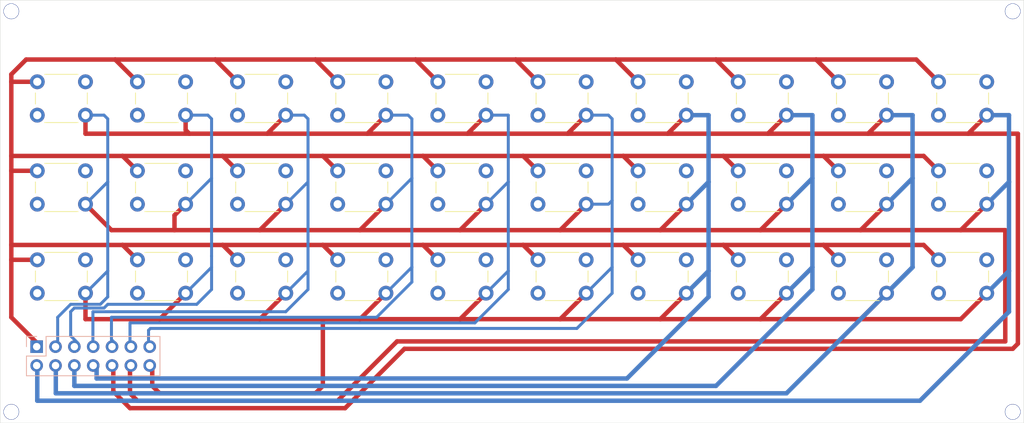
<source format=kicad_pcb>
(kicad_pcb (version 20241229) (generator "pcbnew") (generator_version "9.0")
  (layers (0 "F.Cu" signal) (2 "B.Cu" signal) (13 "F.Paste" user) (15 "B.Paste" user) (5 "F.SilkS" user "F.Silkscreen") (7 "B.SilkS" user "B.Silkscreen") (1 "F.Mask" user) (3 "B.Mask" user) (25 "Edge.Cuts" user))
  (net 0 "")
  (net 1 ".")
  (footprint "Button_Switch_THT:SW_PUSH_6mm" (layer "F.Cu") (at 165.5 99)
    (property "Reference" "REF**" (hide yes))
    (property "Value" "SW_PUSH_6mm" (hide yes))
    (fp_line (start -0.25 1.5) (end -0.25 3) (stroke (width 0.12)) (layer "F.SilkS"))
    (fp_line (start 1 5.5) (end 5.5 5.5) (stroke (width 0.12)) (layer "F.SilkS"))
    (fp_line (start 5.5 -1) (end 1 -1) (stroke (width 0.12)) (layer "F.SilkS"))
    (fp_line (start 6.75 3) (end 6.75 1.5) (stroke (width 0.12)) (layer "F.SilkS"))
    (pad "1" thru_hole circle (at 0 0 90) (size 2 2) (drill 1.1) (layers "*.Cu" "*.Mask") (net 1 "."))
    (pad "1" thru_hole circle (at 6.5 0 90) (size 2 2) (drill 1.1) (layers "*.Cu" "*.Mask"))
    (pad "2" thru_hole circle (at 0 4.5 90) (size 2 2) (drill 1.1) (layers "*.Cu" "*.Mask"))
    (pad "2" thru_hole circle (at 6.5 4.5 90) (size 2 2) (drill 1.1) (layers "*.Cu" "*.Mask") (net 1 "."))
  )
  (footprint "Button_Switch_THT:SW_PUSH_6mm" (layer "F.Cu") (at 138.5 99)
    (property "Reference" "REF**" (hide yes))
    (property "Value" "SW_PUSH_6mm" (hide yes))
    (fp_line (start -0.25 1.5) (end -0.25 3) (stroke (width 0.12)) (layer "F.SilkS"))
    (fp_line (start 1 5.5) (end 5.5 5.5) (stroke (width 0.12)) (layer "F.SilkS"))
    (fp_line (start 5.5 -1) (end 1 -1) (stroke (width 0.12)) (layer "F.SilkS"))
    (fp_line (start 6.75 3) (end 6.75 1.5) (stroke (width 0.12)) (layer "F.SilkS"))
    (pad "1" thru_hole circle (at 0 0 90) (size 2 2) (drill 1.1) (layers "*.Cu" "*.Mask") (net 1 "."))
    (pad "1" thru_hole circle (at 6.5 0 90) (size 2 2) (drill 1.1) (layers "*.Cu" "*.Mask"))
    (pad "2" thru_hole circle (at 0 4.5 90) (size 2 2) (drill 1.1) (layers "*.Cu" "*.Mask"))
    (pad "2" thru_hole circle (at 6.5 4.5 90) (size 2 2) (drill 1.1) (layers "*.Cu" "*.Mask") (net 1 "."))
  )
  (footprint "Button_Switch_THT:SW_PUSH_6mm" (layer "F.Cu") (at 84.5 111)
    (property "Reference" "REF**" (hide yes))
    (property "Value" "SW_PUSH_6mm" (hide yes))
    (fp_line (start -0.25 1.5) (end -0.25 3) (stroke (width 0.12)) (layer "F.SilkS"))
    (fp_line (start 1 5.5) (end 5.5 5.5) (stroke (width 0.12)) (layer "F.SilkS"))
    (fp_line (start 5.5 -1) (end 1 -1) (stroke (width 0.12)) (layer "F.SilkS"))
    (fp_line (start 6.75 3) (end 6.75 1.5) (stroke (width 0.12)) (layer "F.SilkS"))
    (pad "1" thru_hole circle (at 0 0 90) (size 2 2) (drill 1.1) (layers "*.Cu" "*.Mask") (net 1 "."))
    (pad "1" thru_hole circle (at 6.5 0 90) (size 2 2) (drill 1.1) (layers "*.Cu" "*.Mask"))
    (pad "2" thru_hole circle (at 0 4.5 90) (size 2 2) (drill 1.1) (layers "*.Cu" "*.Mask"))
    (pad "2" thru_hole circle (at 6.5 4.5 90) (size 2 2) (drill 1.1) (layers "*.Cu" "*.Mask") (net 1 "."))
  )
  (footprint "Button_Switch_THT:SW_PUSH_6mm" (layer "F.Cu") (at 165.5 87)
    (property "Reference" "REF**" (hide yes))
    (property "Value" "SW_PUSH_6mm" (hide yes))
    (fp_line (start -0.25 1.5) (end -0.25 3) (stroke (width 0.12)) (layer "F.SilkS"))
    (fp_line (start 1 5.5) (end 5.5 5.5) (stroke (width 0.12)) (layer "F.SilkS"))
    (fp_line (start 5.5 -1) (end 1 -1) (stroke (width 0.12)) (layer "F.SilkS"))
    (fp_line (start 6.75 3) (end 6.75 1.5) (stroke (width 0.12)) (layer "F.SilkS"))
    (pad "1" thru_hole circle (at 0 0 90) (size 2 2) (drill 1.1) (layers "*.Cu" "*.Mask") (net 1 "."))
    (pad "1" thru_hole circle (at 6.5 0 90) (size 2 2) (drill 1.1) (layers "*.Cu" "*.Mask"))
    (pad "2" thru_hole circle (at 0 4.5 90) (size 2 2) (drill 1.1) (layers "*.Cu" "*.Mask"))
    (pad "2" thru_hole circle (at 6.5 4.5 90) (size 2 2) (drill 1.1) (layers "*.Cu" "*.Mask") (net 1 "."))
  )
  (footprint "Button_Switch_THT:SW_PUSH_6mm" (layer "F.Cu") (at 192.5 87)
    (property "Reference" "REF**" (hide yes))
    (property "Value" "SW_PUSH_6mm" (hide yes))
    (fp_line (start -0.25 1.5) (end -0.25 3) (stroke (width 0.12)) (layer "F.SilkS"))
    (fp_line (start 1 5.5) (end 5.5 5.5) (stroke (width 0.12)) (layer "F.SilkS"))
    (fp_line (start 5.5 -1) (end 1 -1) (stroke (width 0.12)) (layer "F.SilkS"))
    (fp_line (start 6.75 3) (end 6.75 1.5) (stroke (width 0.12)) (layer "F.SilkS"))
    (pad "1" thru_hole circle (at 0 0 90) (size 2 2) (drill 1.1) (layers "*.Cu" "*.Mask") (net 1 "."))
    (pad "1" thru_hole circle (at 6.5 0 90) (size 2 2) (drill 1.1) (layers "*.Cu" "*.Mask"))
    (pad "2" thru_hole circle (at 0 4.5 90) (size 2 2) (drill 1.1) (layers "*.Cu" "*.Mask"))
    (pad "2" thru_hole circle (at 6.5 4.5 90) (size 2 2) (drill 1.1) (layers "*.Cu" "*.Mask") (net 1 "."))
  )
  (footprint "Button_Switch_THT:SW_PUSH_6mm" (layer "F.Cu") (at 165.5 111)
    (property "Reference" "REF**" (hide yes))
    (property "Value" "SW_PUSH_6mm" (hide yes))
    (fp_line (start -0.25 1.5) (end -0.25 3) (stroke (width 0.12)) (layer "F.SilkS"))
    (fp_line (start 1 5.5) (end 5.5 5.5) (stroke (width 0.12)) (layer "F.SilkS"))
    (fp_line (start 5.5 -1) (end 1 -1) (stroke (width 0.12)) (layer "F.SilkS"))
    (fp_line (start 6.75 3) (end 6.75 1.5) (stroke (width 0.12)) (layer "F.SilkS"))
    (pad "1" thru_hole circle (at 0 0 90) (size 2 2) (drill 1.1) (layers "*.Cu" "*.Mask") (net 1 "."))
    (pad "1" thru_hole circle (at 6.5 0 90) (size 2 2) (drill 1.1) (layers "*.Cu" "*.Mask"))
    (pad "2" thru_hole circle (at 0 4.5 90) (size 2 2) (drill 1.1) (layers "*.Cu" "*.Mask"))
    (pad "2" thru_hole circle (at 6.5 4.5 90) (size 2 2) (drill 1.1) (layers "*.Cu" "*.Mask") (net 1 "."))
  )
  (footprint "Button_Switch_THT:SW_PUSH_6mm" (layer "F.Cu") (at 206 99)
    (property "Reference" "REF**" (hide yes))
    (property "Value" "SW_PUSH_6mm" (hide yes))
    (fp_line (start -0.25 1.5) (end -0.25 3) (stroke (width 0.12)) (layer "F.SilkS"))
    (fp_line (start 1 5.5) (end 5.5 5.5) (stroke (width 0.12)) (layer "F.SilkS"))
    (fp_line (start 5.5 -1) (end 1 -1) (stroke (width 0.12)) (layer "F.SilkS"))
    (fp_line (start 6.75 3) (end 6.75 1.5) (stroke (width 0.12)) (layer "F.SilkS"))
    (pad "1" thru_hole circle (at 0 0 90) (size 2 2) (drill 1.1) (layers "*.Cu" "*.Mask") (net 1 "."))
    (pad "1" thru_hole circle (at 6.5 0 90) (size 2 2) (drill 1.1) (layers "*.Cu" "*.Mask"))
    (pad "2" thru_hole circle (at 0 4.5 90) (size 2 2) (drill 1.1) (layers "*.Cu" "*.Mask"))
    (pad "2" thru_hole circle (at 6.5 4.5 90) (size 2 2) (drill 1.1) (layers "*.Cu" "*.Mask") (net 1 "."))
  )
  (footprint "Button_Switch_THT:SW_PUSH_6mm" (layer "F.Cu") (at 152 111)
    (property "Reference" "REF**" (hide yes))
    (property "Value" "SW_PUSH_6mm" (hide yes))
    (fp_line (start -0.25 1.5) (end -0.25 3) (stroke (width 0.12)) (layer "F.SilkS"))
    (fp_line (start 1 5.5) (end 5.5 5.5) (stroke (width 0.12)) (layer "F.SilkS"))
    (fp_line (start 5.5 -1) (end 1 -1) (stroke (width 0.12)) (layer "F.SilkS"))
    (fp_line (start 6.75 3) (end 6.75 1.5) (stroke (width 0.12)) (layer "F.SilkS"))
    (pad "1" thru_hole circle (at 0 0 90) (size 2 2) (drill 1.1) (layers "*.Cu" "*.Mask") (net 1 "."))
    (pad "1" thru_hole circle (at 6.5 0 90) (size 2 2) (drill 1.1) (layers "*.Cu" "*.Mask"))
    (pad "2" thru_hole circle (at 0 4.5 90) (size 2 2) (drill 1.1) (layers "*.Cu" "*.Mask"))
    (pad "2" thru_hole circle (at 6.5 4.5 90) (size 2 2) (drill 1.1) (layers "*.Cu" "*.Mask") (net 1 "."))
  )
  (footprint "Button_Switch_THT:SW_PUSH_6mm" (layer "F.Cu") (at 84.5 87)
    (property "Reference" "REF**" (hide yes))
    (property "Value" "SW_PUSH_6mm" (hide yes))
    (fp_line (start -0.25 1.5) (end -0.25 3) (stroke (width 0.12)) (layer "F.SilkS"))
    (fp_line (start 1 5.5) (end 5.5 5.5) (stroke (width 0.12)) (layer "F.SilkS"))
    (fp_line (start 5.5 -1) (end 1 -1) (stroke (width 0.12)) (layer "F.SilkS"))
    (fp_line (start 6.75 3) (end 6.75 1.5) (stroke (width 0.12)) (layer "F.SilkS"))
    (pad "1" thru_hole circle (at 0 0 90) (size 2 2) (drill 1.1) (layers "*.Cu" "*.Mask") (net 1 "."))
    (pad "1" thru_hole circle (at 6.5 0 90) (size 2 2) (drill 1.1) (layers "*.Cu" "*.Mask"))
    (pad "2" thru_hole circle (at 0 4.5 90) (size 2 2) (drill 1.1) (layers "*.Cu" "*.Mask"))
    (pad "2" thru_hole circle (at 6.5 4.5 90) (size 2 2) (drill 1.1) (layers "*.Cu" "*.Mask") (net 1 "."))
  )
  (footprint "Button_Switch_THT:SW_PUSH_6mm" (layer "F.Cu") (at 192.5 111)
    (property "Reference" "REF**" (hide yes))
    (property "Value" "SW_PUSH_6mm" (hide yes))
    (fp_line (start -0.25 1.5) (end -0.25 3) (stroke (width 0.12)) (layer "F.SilkS"))
    (fp_line (start 1 5.5) (end 5.5 5.5) (stroke (width 0.12)) (layer "F.SilkS"))
    (fp_line (start 5.5 -1) (end 1 -1) (stroke (width 0.12)) (layer "F.SilkS"))
    (fp_line (start 6.75 3) (end 6.75 1.5) (stroke (width 0.12)) (layer "F.SilkS"))
    (pad "1" thru_hole circle (at 0 0 90) (size 2 2) (drill 1.1) (layers "*.Cu" "*.Mask") (net 1 "."))
    (pad "1" thru_hole circle (at 6.5 0 90) (size 2 2) (drill 1.1) (layers "*.Cu" "*.Mask"))
    (pad "2" thru_hole circle (at 0 4.5 90) (size 2 2) (drill 1.1) (layers "*.Cu" "*.Mask"))
    (pad "2" thru_hole circle (at 6.5 4.5 90) (size 2 2) (drill 1.1) (layers "*.Cu" "*.Mask") (net 1 "."))
  )
  (footprint "Button_Switch_THT:SW_PUSH_6mm" (layer "F.Cu") (at 179 111)
    (property "Reference" "REF**" (hide yes))
    (property "Value" "SW_PUSH_6mm" (hide yes))
    (fp_line (start -0.25 1.5) (end -0.25 3) (stroke (width 0.12)) (layer "F.SilkS"))
    (fp_line (start 1 5.5) (end 5.5 5.5) (stroke (width 0.12)) (layer "F.SilkS"))
    (fp_line (start 5.5 -1) (end 1 -1) (stroke (width 0.12)) (layer "F.SilkS"))
    (fp_line (start 6.75 3) (end 6.75 1.5) (stroke (width 0.12)) (layer "F.SilkS"))
    (pad "1" thru_hole circle (at 0 0 90) (size 2 2) (drill 1.1) (layers "*.Cu" "*.Mask") (net 1 "."))
    (pad "1" thru_hole circle (at 6.5 0 90) (size 2 2) (drill 1.1) (layers "*.Cu" "*.Mask"))
    (pad "2" thru_hole circle (at 0 4.5 90) (size 2 2) (drill 1.1) (layers "*.Cu" "*.Mask"))
    (pad "2" thru_hole circle (at 6.5 4.5 90) (size 2 2) (drill 1.1) (layers "*.Cu" "*.Mask") (net 1 "."))
  )
  (footprint "Button_Switch_THT:SW_PUSH_6mm" (layer "F.Cu") (at 125 99)
    (property "Reference" "REF**" (hide yes))
    (property "Value" "SW_PUSH_6mm" (hide yes))
    (fp_line (start -0.25 1.5) (end -0.25 3) (stroke (width 0.12)) (layer "F.SilkS"))
    (fp_line (start 1 5.5) (end 5.5 5.5) (stroke (width 0.12)) (layer "F.SilkS"))
    (fp_line (start 5.5 -1) (end 1 -1) (stroke (width 0.12)) (layer "F.SilkS"))
    (fp_line (start 6.75 3) (end 6.75 1.5) (stroke (width 0.12)) (layer "F.SilkS"))
    (pad "1" thru_hole circle (at 0 0 90) (size 2 2) (drill 1.1) (layers "*.Cu" "*.Mask") (net 1 "."))
    (pad "1" thru_hole circle (at 6.5 0 90) (size 2 2) (drill 1.1) (layers "*.Cu" "*.Mask"))
    (pad "2" thru_hole circle (at 0 4.5 90) (size 2 2) (drill 1.1) (layers "*.Cu" "*.Mask"))
    (pad "2" thru_hole circle (at 6.5 4.5 90) (size 2 2) (drill 1.1) (layers "*.Cu" "*.Mask") (net 1 "."))
  )
  (footprint "Button_Switch_THT:SW_PUSH_6mm" (layer "F.Cu") (at 98 111)
    (property "Reference" "REF**" (hide yes))
    (property "Value" "SW_PUSH_6mm" (hide yes))
    (fp_line (start -0.25 1.5) (end -0.25 3) (stroke (width 0.12)) (layer "F.SilkS"))
    (fp_line (start 1 5.5) (end 5.5 5.5) (stroke (width 0.12)) (layer "F.SilkS"))
    (fp_line (start 5.5 -1) (end 1 -1) (stroke (width 0.12)) (layer "F.SilkS"))
    (fp_line (start 6.75 3) (end 6.75 1.5) (stroke (width 0.12)) (layer "F.SilkS"))
    (pad "1" thru_hole circle (at 0 0 90) (size 2 2) (drill 1.1) (layers "*.Cu" "*.Mask") (net 1 "."))
    (pad "1" thru_hole circle (at 6.5 0 90) (size 2 2) (drill 1.1) (layers "*.Cu" "*.Mask"))
    (pad "2" thru_hole circle (at 0 4.5 90) (size 2 2) (drill 1.1) (layers "*.Cu" "*.Mask"))
    (pad "2" thru_hole circle (at 6.5 4.5 90) (size 2 2) (drill 1.1) (layers "*.Cu" "*.Mask") (net 1 "."))
  )
  (footprint "Button_Switch_THT:SW_PUSH_6mm" (layer "F.Cu") (at 125 87)
    (property "Reference" "REF**" (hide yes))
    (property "Value" "SW_PUSH_6mm" (hide yes))
    (fp_line (start -0.25 1.5) (end -0.25 3) (stroke (width 0.12)) (layer "F.SilkS"))
    (fp_line (start 1 5.5) (end 5.5 5.5) (stroke (width 0.12)) (layer "F.SilkS"))
    (fp_line (start 5.5 -1) (end 1 -1) (stroke (width 0.12)) (layer "F.SilkS"))
    (fp_line (start 6.75 3) (end 6.75 1.5) (stroke (width 0.12)) (layer "F.SilkS"))
    (pad "1" thru_hole circle (at 0 0 90) (size 2 2) (drill 1.1) (layers "*.Cu" "*.Mask") (net 1 "."))
    (pad "1" thru_hole circle (at 6.5 0 90) (size 2 2) (drill 1.1) (layers "*.Cu" "*.Mask"))
    (pad "2" thru_hole circle (at 0 4.5 90) (size 2 2) (drill 1.1) (layers "*.Cu" "*.Mask"))
    (pad "2" thru_hole circle (at 6.5 4.5 90) (size 2 2) (drill 1.1) (layers "*.Cu" "*.Mask") (net 1 "."))
  )
  (footprint "Button_Switch_THT:SW_PUSH_6mm" (layer "F.Cu") (at 179 99)
    (property "Reference" "REF**" (hide yes))
    (property "Value" "SW_PUSH_6mm" (hide yes))
    (fp_line (start -0.25 1.5) (end -0.25 3) (stroke (width 0.12)) (layer "F.SilkS"))
    (fp_line (start 1 5.5) (end 5.5 5.5) (stroke (width 0.12)) (layer "F.SilkS"))
    (fp_line (start 5.5 -1) (end 1 -1) (stroke (width 0.12)) (layer "F.SilkS"))
    (fp_line (start 6.75 3) (end 6.75 1.5) (stroke (width 0.12)) (layer "F.SilkS"))
    (pad "1" thru_hole circle (at 0 0 90) (size 2 2) (drill 1.1) (layers "*.Cu" "*.Mask") (net 1 "."))
    (pad "1" thru_hole circle (at 6.5 0 90) (size 2 2) (drill 1.1) (layers "*.Cu" "*.Mask"))
    (pad "2" thru_hole circle (at 0 4.5 90) (size 2 2) (drill 1.1) (layers "*.Cu" "*.Mask"))
    (pad "2" thru_hole circle (at 6.5 4.5 90) (size 2 2) (drill 1.1) (layers "*.Cu" "*.Mask") (net 1 "."))
  )
  (footprint "Button_Switch_THT:SW_PUSH_6mm" (layer "F.Cu") (at 98 87)
    (property "Reference" "REF**" (hide yes))
    (property "Value" "SW_PUSH_6mm" (hide yes))
    (fp_line (start -0.25 1.5) (end -0.25 3) (stroke (width 0.12)) (layer "F.SilkS"))
    (fp_line (start 1 5.5) (end 5.5 5.5) (stroke (width 0.12)) (layer "F.SilkS"))
    (fp_line (start 5.5 -1) (end 1 -1) (stroke (width 0.12)) (layer "F.SilkS"))
    (fp_line (start 6.75 3) (end 6.75 1.5) (stroke (width 0.12)) (layer "F.SilkS"))
    (pad "1" thru_hole circle (at 0 0 90) (size 2 2) (drill 1.1) (layers "*.Cu" "*.Mask") (net 1 "."))
    (pad "1" thru_hole circle (at 6.5 0 90) (size 2 2) (drill 1.1) (layers "*.Cu" "*.Mask"))
    (pad "2" thru_hole circle (at 0 4.5 90) (size 2 2) (drill 1.1) (layers "*.Cu" "*.Mask"))
    (pad "2" thru_hole circle (at 6.5 4.5 90) (size 2 2) (drill 1.1) (layers "*.Cu" "*.Mask") (net 1 "."))
  )
  (footprint "Button_Switch_THT:SW_PUSH_6mm" (layer "F.Cu") (at 206 111)
    (property "Reference" "REF**" (hide yes))
    (property "Value" "SW_PUSH_6mm" (hide yes))
    (fp_line (start -0.25 1.5) (end -0.25 3) (stroke (width 0.12)) (layer "F.SilkS"))
    (fp_line (start 1 5.5) (end 5.5 5.5) (stroke (width 0.12)) (layer "F.SilkS"))
    (fp_line (start 5.5 -1) (end 1 -1) (stroke (width 0.12)) (layer "F.SilkS"))
    (fp_line (start 6.75 3) (end 6.75 1.5) (stroke (width 0.12)) (layer "F.SilkS"))
    (pad "1" thru_hole circle (at 0 0 90) (size 2 2) (drill 1.1) (layers "*.Cu" "*.Mask") (net 1 "."))
    (pad "1" thru_hole circle (at 6.5 0 90) (size 2 2) (drill 1.1) (layers "*.Cu" "*.Mask"))
    (pad "2" thru_hole circle (at 0 4.5 90) (size 2 2) (drill 1.1) (layers "*.Cu" "*.Mask"))
    (pad "2" thru_hole circle (at 6.5 4.5 90) (size 2 2) (drill 1.1) (layers "*.Cu" "*.Mask") (net 1 "."))
  )
  (footprint "Button_Switch_THT:SW_PUSH_6mm" (layer "F.Cu") (at 206 87)
    (property "Reference" "REF**" (hide yes))
    (property "Value" "SW_PUSH_6mm" (hide yes))
    (fp_line (start -0.25 1.5) (end -0.25 3) (stroke (width 0.12)) (layer "F.SilkS"))
    (fp_line (start 1 5.5) (end 5.5 5.5) (stroke (width 0.12)) (layer "F.SilkS"))
    (fp_line (start 5.5 -1) (end 1 -1) (stroke (width 0.12)) (layer "F.SilkS"))
    (fp_line (start 6.75 3) (end 6.75 1.5) (stroke (width 0.12)) (layer "F.SilkS"))
    (pad "1" thru_hole circle (at 0 0 90) (size 2 2) (drill 1.1) (layers "*.Cu" "*.Mask") (net 1 "."))
    (pad "1" thru_hole circle (at 6.5 0 90) (size 2 2) (drill 1.1) (layers "*.Cu" "*.Mask"))
    (pad "2" thru_hole circle (at 0 4.5 90) (size 2 2) (drill 1.1) (layers "*.Cu" "*.Mask"))
    (pad "2" thru_hole circle (at 6.5 4.5 90) (size 2 2) (drill 1.1) (layers "*.Cu" "*.Mask") (net 1 "."))
  )
  (footprint "Button_Switch_THT:SW_PUSH_6mm" (layer "F.Cu") (at 192.5 99)
    (property "Reference" "REF**" (hide yes))
    (property "Value" "SW_PUSH_6mm" (hide yes))
    (fp_line (start -0.25 1.5) (end -0.25 3) (stroke (width 0.12)) (layer "F.SilkS"))
    (fp_line (start 1 5.5) (end 5.5 5.5) (stroke (width 0.12)) (layer "F.SilkS"))
    (fp_line (start 5.5 -1) (end 1 -1) (stroke (width 0.12)) (layer "F.SilkS"))
    (fp_line (start 6.75 3) (end 6.75 1.5) (stroke (width 0.12)) (layer "F.SilkS"))
    (pad "1" thru_hole circle (at 0 0 90) (size 2 2) (drill 1.1) (layers "*.Cu" "*.Mask") (net 1 "."))
    (pad "1" thru_hole circle (at 6.5 0 90) (size 2 2) (drill 1.1) (layers "*.Cu" "*.Mask"))
    (pad "2" thru_hole circle (at 0 4.5 90) (size 2 2) (drill 1.1) (layers "*.Cu" "*.Mask"))
    (pad "2" thru_hole circle (at 6.5 4.5 90) (size 2 2) (drill 1.1) (layers "*.Cu" "*.Mask") (net 1 "."))
  )
  (footprint "Button_Switch_THT:SW_PUSH_6mm" (layer "F.Cu") (at 84.5 99)
    (property "Reference" "REF**" (hide yes))
    (property "Value" "SW_PUSH_6mm" (hide yes))
    (fp_line (start -0.25 1.5) (end -0.25 3) (stroke (width 0.12)) (layer "F.SilkS"))
    (fp_line (start 1 5.5) (end 5.5 5.5) (stroke (width 0.12)) (layer "F.SilkS"))
    (fp_line (start 5.5 -1) (end 1 -1) (stroke (width 0.12)) (layer "F.SilkS"))
    (fp_line (start 6.75 3) (end 6.75 1.5) (stroke (width 0.12)) (layer "F.SilkS"))
    (pad "1" thru_hole circle (at 0 0 90) (size 2 2) (drill 1.1) (layers "*.Cu" "*.Mask") (net 1 "."))
    (pad "1" thru_hole circle (at 6.5 0 90) (size 2 2) (drill 1.1) (layers "*.Cu" "*.Mask"))
    (pad "2" thru_hole circle (at 0 4.5 90) (size 2 2) (drill 1.1) (layers "*.Cu" "*.Mask"))
    (pad "2" thru_hole circle (at 6.5 4.5 90) (size 2 2) (drill 1.1) (layers "*.Cu" "*.Mask") (net 1 "."))
  )
  (footprint "Button_Switch_THT:SW_PUSH_6mm" (layer "F.Cu") (at 152 99)
    (property "Reference" "REF**" (hide yes))
    (property "Value" "SW_PUSH_6mm" (hide yes))
    (fp_line (start -0.25 1.5) (end -0.25 3) (stroke (width 0.12)) (layer "F.SilkS"))
    (fp_line (start 1 5.5) (end 5.5 5.5) (stroke (width 0.12)) (layer "F.SilkS"))
    (fp_line (start 5.5 -1) (end 1 -1) (stroke (width 0.12)) (layer "F.SilkS"))
    (fp_line (start 6.75 3) (end 6.75 1.5) (stroke (width 0.12)) (layer "F.SilkS"))
    (pad "1" thru_hole circle (at 0 0 90) (size 2 2) (drill 1.1) (layers "*.Cu" "*.Mask") (net 1 "."))
    (pad "1" thru_hole circle (at 6.5 0 90) (size 2 2) (drill 1.1) (layers "*.Cu" "*.Mask"))
    (pad "2" thru_hole circle (at 0 4.5 90) (size 2 2) (drill 1.1) (layers "*.Cu" "*.Mask"))
    (pad "2" thru_hole circle (at 6.5 4.5 90) (size 2 2) (drill 1.1) (layers "*.Cu" "*.Mask") (net 1 "."))
  )
  (footprint "Button_Switch_THT:SW_PUSH_6mm" (layer "F.Cu") (at 138.5 111)
    (property "Reference" "REF**" (hide yes))
    (property "Value" "SW_PUSH_6mm" (hide yes))
    (fp_line (start -0.25 1.5) (end -0.25 3) (stroke (width 0.12)) (layer "F.SilkS"))
    (fp_line (start 1 5.5) (end 5.5 5.5) (stroke (width 0.12)) (layer "F.SilkS"))
    (fp_line (start 5.5 -1) (end 1 -1) (stroke (width 0.12)) (layer "F.SilkS"))
    (fp_line (start 6.75 3) (end 6.75 1.5) (stroke (width 0.12)) (layer "F.SilkS"))
    (pad "1" thru_hole circle (at 0 0 90) (size 2 2) (drill 1.1) (layers "*.Cu" "*.Mask") (net 1 "."))
    (pad "1" thru_hole circle (at 6.5 0 90) (size 2 2) (drill 1.1) (layers "*.Cu" "*.Mask"))
    (pad "2" thru_hole circle (at 0 4.5 90) (size 2 2) (drill 1.1) (layers "*.Cu" "*.Mask"))
    (pad "2" thru_hole circle (at 6.5 4.5 90) (size 2 2) (drill 1.1) (layers "*.Cu" "*.Mask") (net 1 "."))
  )
  (footprint "Button_Switch_THT:SW_PUSH_6mm" (layer "F.Cu") (at 125 111)
    (property "Reference" "REF**" (hide yes))
    (property "Value" "SW_PUSH_6mm" (hide yes))
    (fp_line (start -0.25 1.5) (end -0.25 3) (stroke (width 0.12)) (layer "F.SilkS"))
    (fp_line (start 1 5.5) (end 5.5 5.5) (stroke (width 0.12)) (layer "F.SilkS"))
    (fp_line (start 5.5 -1) (end 1 -1) (stroke (width 0.12)) (layer "F.SilkS"))
    (fp_line (start 6.75 3) (end 6.75 1.5) (stroke (width 0.12)) (layer "F.SilkS"))
    (pad "1" thru_hole circle (at 0 0 90) (size 2 2) (drill 1.1) (layers "*.Cu" "*.Mask") (net 1 "."))
    (pad "1" thru_hole circle (at 6.5 0 90) (size 2 2) (drill 1.1) (layers "*.Cu" "*.Mask"))
    (pad "2" thru_hole circle (at 0 4.5 90) (size 2 2) (drill 1.1) (layers "*.Cu" "*.Mask"))
    (pad "2" thru_hole circle (at 6.5 4.5 90) (size 2 2) (drill 1.1) (layers "*.Cu" "*.Mask") (net 1 "."))
  )
  (footprint "Button_Switch_THT:SW_PUSH_6mm" (layer "F.Cu") (at 111.5 99)
    (property "Reference" "REF**" (hide yes))
    (property "Value" "SW_PUSH_6mm" (hide yes))
    (fp_line (start -0.25 1.5) (end -0.25 3) (stroke (width 0.12)) (layer "F.SilkS"))
    (fp_line (start 1 5.5) (end 5.5 5.5) (stroke (width 0.12)) (layer "F.SilkS"))
    (fp_line (start 5.5 -1) (end 1 -1) (stroke (width 0.12)) (layer "F.SilkS"))
    (fp_line (start 6.75 3) (end 6.75 1.5) (stroke (width 0.12)) (layer "F.SilkS"))
    (pad "1" thru_hole circle (at 0 0 90) (size 2 2) (drill 1.1) (layers "*.Cu" "*.Mask") (net 1 "."))
    (pad "1" thru_hole circle (at 6.5 0 90) (size 2 2) (drill 1.1) (layers "*.Cu" "*.Mask"))
    (pad "2" thru_hole circle (at 0 4.5 90) (size 2 2) (drill 1.1) (layers "*.Cu" "*.Mask"))
    (pad "2" thru_hole circle (at 6.5 4.5 90) (size 2 2) (drill 1.1) (layers "*.Cu" "*.Mask") (net 1 "."))
  )
  (footprint "Button_Switch_THT:SW_PUSH_6mm" (layer "F.Cu") (at 138.5 87)
    (property "Reference" "REF**" (hide yes))
    (property "Value" "SW_PUSH_6mm" (hide yes))
    (fp_line (start -0.25 1.5) (end -0.25 3) (stroke (width 0.12)) (layer "F.SilkS"))
    (fp_line (start 1 5.5) (end 5.5 5.5) (stroke (width 0.12)) (layer "F.SilkS"))
    (fp_line (start 5.5 -1) (end 1 -1) (stroke (width 0.12)) (layer "F.SilkS"))
    (fp_line (start 6.75 3) (end 6.75 1.5) (stroke (width 0.12)) (layer "F.SilkS"))
    (pad "1" thru_hole circle (at 0 0 90) (size 2 2) (drill 1.1) (layers "*.Cu" "*.Mask") (net 1 "."))
    (pad "1" thru_hole circle (at 6.5 0 90) (size 2 2) (drill 1.1) (layers "*.Cu" "*.Mask"))
    (pad "2" thru_hole circle (at 0 4.5 90) (size 2 2) (drill 1.1) (layers "*.Cu" "*.Mask"))
    (pad "2" thru_hole circle (at 6.5 4.5 90) (size 2 2) (drill 1.1) (layers "*.Cu" "*.Mask") (net 1 "."))
  )
  (footprint "Button_Switch_THT:SW_PUSH_6mm" (layer "F.Cu") (at 179 87)
    (property "Reference" "REF**" (hide yes))
    (property "Value" "SW_PUSH_6mm" (hide yes))
    (fp_line (start -0.25 1.5) (end -0.25 3) (stroke (width 0.12)) (layer "F.SilkS"))
    (fp_line (start 1 5.5) (end 5.5 5.5) (stroke (width 0.12)) (layer "F.SilkS"))
    (fp_line (start 5.5 -1) (end 1 -1) (stroke (width 0.12)) (layer "F.SilkS"))
    (fp_line (start 6.75 3) (end 6.75 1.5) (stroke (width 0.12)) (layer "F.SilkS"))
    (pad "1" thru_hole circle (at 0 0 90) (size 2 2) (drill 1.1) (layers "*.Cu" "*.Mask") (net 1 "."))
    (pad "1" thru_hole circle (at 6.5 0 90) (size 2 2) (drill 1.1) (layers "*.Cu" "*.Mask"))
    (pad "2" thru_hole circle (at 0 4.5 90) (size 2 2) (drill 1.1) (layers "*.Cu" "*.Mask"))
    (pad "2" thru_hole circle (at 6.5 4.5 90) (size 2 2) (drill 1.1) (layers "*.Cu" "*.Mask") (net 1 "."))
  )
  (footprint "Button_Switch_THT:SW_PUSH_6mm" (layer "F.Cu") (at 152 87)
    (property "Reference" "REF**" (hide yes))
    (property "Value" "SW_PUSH_6mm" (hide yes))
    (fp_line (start -0.25 1.5) (end -0.25 3) (stroke (width 0.12)) (layer "F.SilkS"))
    (fp_line (start 1 5.5) (end 5.5 5.5) (stroke (width 0.12)) (layer "F.SilkS"))
    (fp_line (start 5.5 -1) (end 1 -1) (stroke (width 0.12)) (layer "F.SilkS"))
    (fp_line (start 6.75 3) (end 6.75 1.5) (stroke (width 0.12)) (layer "F.SilkS"))
    (pad "1" thru_hole circle (at 0 0 90) (size 2 2) (drill 1.1) (layers "*.Cu" "*.Mask") (net 1 "."))
    (pad "1" thru_hole circle (at 6.5 0 90) (size 2 2) (drill 1.1) (layers "*.Cu" "*.Mask"))
    (pad "2" thru_hole circle (at 0 4.5 90) (size 2 2) (drill 1.1) (layers "*.Cu" "*.Mask"))
    (pad "2" thru_hole circle (at 6.5 4.5 90) (size 2 2) (drill 1.1) (layers "*.Cu" "*.Mask") (net 1 "."))
  )
  (footprint "Button_Switch_THT:SW_PUSH_6mm" (layer "F.Cu") (at 98 99)
    (property "Reference" "REF**" (hide yes))
    (property "Value" "SW_PUSH_6mm" (hide yes))
    (fp_line (start -0.25 1.5) (end -0.25 3) (stroke (width 0.12)) (layer "F.SilkS"))
    (fp_line (start 1 5.5) (end 5.5 5.5) (stroke (width 0.12)) (layer "F.SilkS"))
    (fp_line (start 5.5 -1) (end 1 -1) (stroke (width 0.12)) (layer "F.SilkS"))
    (fp_line (start 6.75 3) (end 6.75 1.5) (stroke (width 0.12)) (layer "F.SilkS"))
    (pad "1" thru_hole circle (at 0 0 90) (size 2 2) (drill 1.1) (layers "*.Cu" "*.Mask") (net 1 "."))
    (pad "1" thru_hole circle (at 6.5 0 90) (size 2 2) (drill 1.1) (layers "*.Cu" "*.Mask"))
    (pad "2" thru_hole circle (at 0 4.5 90) (size 2 2) (drill 1.1) (layers "*.Cu" "*.Mask"))
    (pad "2" thru_hole circle (at 6.5 4.5 90) (size 2 2) (drill 1.1) (layers "*.Cu" "*.Mask") (net 1 "."))
  )
  (footprint "Button_Switch_THT:SW_PUSH_6mm" (layer "F.Cu") (at 111.5 111)
    (property "Reference" "REF**" (hide yes))
    (property "Value" "SW_PUSH_6mm" (hide yes))
    (fp_line (start -0.25 1.5) (end -0.25 3) (stroke (width 0.12)) (layer "F.SilkS"))
    (fp_line (start 1 5.5) (end 5.5 5.5) (stroke (width 0.12)) (layer "F.SilkS"))
    (fp_line (start 5.5 -1) (end 1 -1) (stroke (width 0.12)) (layer "F.SilkS"))
    (fp_line (start 6.75 3) (end 6.75 1.5) (stroke (width 0.12)) (layer "F.SilkS"))
    (pad "1" thru_hole circle (at 0 0 90) (size 2 2) (drill 1.1) (layers "*.Cu" "*.Mask") (net 1 "."))
    (pad "1" thru_hole circle (at 6.5 0 90) (size 2 2) (drill 1.1) (layers "*.Cu" "*.Mask"))
    (pad "2" thru_hole circle (at 0 4.5 90) (size 2 2) (drill 1.1) (layers "*.Cu" "*.Mask"))
    (pad "2" thru_hole circle (at 6.5 4.5 90) (size 2 2) (drill 1.1) (layers "*.Cu" "*.Mask") (net 1 "."))
  )
  (footprint "Button_Switch_THT:SW_PUSH_6mm" (layer "F.Cu") (at 111.5 87)
    (property "Reference" "REF**" (hide yes))
    (property "Value" "SW_PUSH_6mm" (hide yes))
    (fp_line (start -0.25 1.5) (end -0.25 3) (stroke (width 0.12)) (layer "F.SilkS"))
    (fp_line (start 1 5.5) (end 5.5 5.5) (stroke (width 0.12)) (layer "F.SilkS"))
    (fp_line (start 5.5 -1) (end 1 -1) (stroke (width 0.12)) (layer "F.SilkS"))
    (fp_line (start 6.75 3) (end 6.75 1.5) (stroke (width 0.12)) (layer "F.SilkS"))
    (pad "1" thru_hole circle (at 0 0 90) (size 2 2) (drill 1.1) (layers "*.Cu" "*.Mask") (net 1 "."))
    (pad "1" thru_hole circle (at 6.5 0 90) (size 2 2) (drill 1.1) (layers "*.Cu" "*.Mask"))
    (pad "2" thru_hole circle (at 0 4.5 90) (size 2 2) (drill 1.1) (layers "*.Cu" "*.Mask"))
    (pad "2" thru_hole circle (at 6.5 4.5 90) (size 2 2) (drill 1.1) (layers "*.Cu" "*.Mask") (net 1 "."))
  )
  (footprint "Connector_PinHeader_2.54mm:PinHeader_2x07_P2.54mm_Vertical" (layer "B.Cu") (at 84.42 122.71 -90)
    (property "Reference" "REF**" (hide yes))
    (property "Value" "PinHeader_2x07_P2.54mm_Vertical" (hide yes))
    (fp_line (start -1.38 1.38) (end 0 1.38) (stroke (width 0.12)) (layer "B.SilkS"))
    (fp_line (start 1.27 1.38) (end 3.92 1.38) (stroke (width 0.12)) (layer "B.SilkS"))
    (fp_line (start 3.92 1.38) (end 3.92 -16.62) (stroke (width 0.12)) (layer "B.SilkS"))
    (fp_line (start -1.38 0) (end -1.38 1.38) (stroke (width 0.12)) (layer "B.SilkS"))
    (fp_line (start -1.38 -1.27) (end 1.27 -1.27) (stroke (width 0.12)) (layer "B.SilkS"))
    (fp_line (start -1.38 -1.27) (end -1.38 -16.62) (stroke (width 0.12)) (layer "B.SilkS"))
    (fp_line (start 1.27 -1.27) (end 1.27 1.38) (stroke (width 0.12)) (layer "B.SilkS"))
    (fp_line (start -1.38 -16.62) (end 3.92 -16.62) (stroke (width 0.12)) (layer "B.SilkS"))
    (pad "1" thru_hole rect (at 0 0 270) (size 1.7 1.7) (drill 1) (layers "*.Cu" "*.Mask"))
    (pad "2" thru_hole circle (at 2.54 0 270) (size 1.7 1.7) (drill 1) (layers "*.Cu" "*.Mask"))
    (pad "3" thru_hole circle (at 0 -2.54 270) (size 1.7 1.7) (drill 1) (layers "*.Cu" "*.Mask"))
    (pad "4" thru_hole circle (at 2.54 -2.54 270) (size 1.7 1.7) (drill 1) (layers "*.Cu" "*.Mask"))
    (pad "5" thru_hole circle (at 0 -5.08 270) (size 1.7 1.7) (drill 1) (layers "*.Cu" "*.Mask"))
    (pad "6" thru_hole circle (at 2.54 -5.08 270) (size 1.7 1.7) (drill 1) (layers "*.Cu" "*.Mask"))
    (pad "7" thru_hole circle (at 0 -7.62 270) (size 1.7 1.7) (drill 1) (layers "*.Cu" "*.Mask"))
    (pad "8" thru_hole circle (at 2.54 -7.62 270) (size 1.7 1.7) (drill 1) (layers "*.Cu" "*.Mask"))
    (pad "9" thru_hole circle (at 0 -10.16 270) (size 1.7 1.7) (drill 1) (layers "*.Cu" "*.Mask"))
    (pad "10" thru_hole circle (at 2.54 -10.16 270) (size 1.7 1.7) (drill 1) (layers "*.Cu" "*.Mask"))
    (pad "11" thru_hole circle (at 0 -12.7 270) (size 1.7 1.7) (drill 1) (layers "*.Cu" "*.Mask"))
    (pad "12" thru_hole circle (at 2.54 -12.7 270) (size 1.7 1.7) (drill 1) (layers "*.Cu" "*.Mask"))
    (pad "13" thru_hole circle (at 0 -15.24 270) (size 1.7 1.7) (drill 1) (layers "*.Cu" "*.Mask"))
    (pad "14" thru_hole circle (at 2.54 -15.24 270) (size 1.7 1.7) (drill 1) (layers "*.Cu" "*.Mask"))
  )
  (gr_line (start 217.5 76) (end 79.5 76) (stroke (width 0.05)) (layer "Edge.Cuts"))
  (gr_line (start 217.5 133) (end 217.5 76) (stroke (width 0.05)) (layer "Edge.Cuts"))
  (gr_line (start 217.5 133) (end 79.5 133) (stroke (width 0.05)) (layer "Edge.Cuts"))
  (gr_line (start 79.5 76) (end 79.5 133) (stroke (width 0.05)) (layer "Edge.Cuts"))
  (segment (start 141.5 107) (end 155 107) (width 0.6) (layer "F.Cu") (net 1))
  (segment (start 105 94) (end 104.5 93.5) (width 0.6) (layer "F.Cu") (net 1))
  (segment (start 96 109) (end 109.5 109) (width 0.6) (layer "F.Cu") (net 1))
  (segment (start 190.5 109) (end 192.5 111) (width 0.6) (layer "F.Cu") (net 1))
  (segment (start 101 119) (end 114.5 119) (width 0.6) (layer "F.Cu") (net 1))
  (segment (start 195.5 119) (end 199 115.5) (width 0.6) (layer "F.Cu") (net 1))
  (segment (start 150 109) (end 163.5 109) (width 0.6) (layer "F.Cu") (net 1))
  (segment (start 133 122) (end 125 130) (width 0.6) (layer "F.Cu") (net 1))
  (segment (start 182 107) (end 195.5 107) (width 0.6) (layer "F.Cu") (net 1))
  (segment (start 128 107) (end 141.5 107) (width 0.6) (layer "F.Cu") (net 1))
  (segment (start 177 97) (end 179 99) (width 0.6) (layer "F.Cu") (net 1))
  (segment (start 142.5 94) (end 145 91.5) (width 0.6) (layer "F.Cu") (net 1))
  (segment (start 177 109) (end 179 111) (width 0.6) (layer "F.Cu") (net 1))
  (segment (start 155 107) (end 158.5 103.5) (width 0.6) (layer "F.Cu") (net 1))
  (segment (start 177 109) (end 190.5 109) (width 0.6) (layer "F.Cu") (net 1))
  (segment (start 183 94) (end 196.5 94) (width 0.6) (layer "F.Cu") (net 1))
  (segment (start 136.5 109) (end 138.5 111) (width 0.6) (layer "F.Cu") (net 1))
  (segment (start 83 84) (end 95 84) (width 0.6) (layer "F.Cu") (net 1))
  (segment (start 84.5 87) (end 81 87) (width 0.6) (layer "F.Cu") (net 1))
  (segment (start 105 94) (end 115.5 94) (width 0.6) (layer "F.Cu") (net 1))
  (segment (start 81 87) (end 81 97) (width 0.6) (layer "F.Cu") (net 1))
  (segment (start 115.5 94) (end 118 91.5) (width 0.6) (layer "F.Cu") (net 1))
  (segment (start 135.5 84) (end 149 84) (width 0.6) (layer "F.Cu") (net 1))
  (segment (start 104.5 93.5) (end 104.5 91.5) (width 0.6) (layer "F.Cu") (net 1))
  (segment (start 128 119) (end 131.5 115.5) (width 0.6) (layer "F.Cu") (net 1))
  (segment (start 96 97) (end 98 99) (width 0.6) (layer "F.Cu") (net 1))
  (segment (start 136.5 97) (end 138.5 99) (width 0.6) (layer "F.Cu") (net 1))
  (segment (start 141.5 107) (end 145 103.5) (width 0.6) (layer "F.Cu") (net 1))
  (segment (start 182 107) (end 185.5 103.5) (width 0.6) (layer "F.Cu") (net 1))
  (segment (start 81 86) (end 83 84) (width 0.6) (layer "F.Cu") (net 1))
  (segment (start 195.5 107) (end 209 107) (width 0.6) (layer "F.Cu") (net 1))
  (segment (start 168.5 107) (end 172 103.5) (width 0.6) (layer "F.Cu") (net 1))
  (segment (start 84.5 111) (end 81 111) (width 0.6) (layer "F.Cu") (net 1))
  (segment (start 81 99) (end 81 109) (width 0.6) (layer "F.Cu") (net 1))
  (segment (start 196.5 94) (end 210 94) (width 0.6) (layer "F.Cu") (net 1))
  (segment (start 136.5 97) (end 150 97) (width 0.6) (layer "F.Cu") (net 1))
  (segment (start 95 84) (end 108.5 84) (width 0.6) (layer "F.Cu") (net 1))
  (segment (start 215 122) (end 133 122) (width 0.6) (layer "F.Cu") (net 1))
  (segment (start 91 119) (end 101 119) (width 0.6) (layer "F.Cu") (net 1))
  (segment (start 94.5 107) (end 103 107) (width 0.6) (layer "F.Cu") (net 1))
  (segment (start 109.5 97) (end 111.5 99) (width 0.6) (layer "F.Cu") (net 1))
  (segment (start 81 118.75) (end 84.75 122.5) (width 0.6) (layer "F.Cu") (net 1))
  (segment (start 81 87) (end 81 86) (width 0.6) (layer "F.Cu") (net 1))
  (segment (start 123 97) (end 136.5 97) (width 0.6) (layer "F.Cu") (net 1))
  (segment (start 125 130) (end 98 130) (width 0.6) (layer "F.Cu") (net 1))
  (segment (start 163.5 97) (end 165.5 99) (width 0.6) (layer "F.Cu") (net 1))
  (segment (start 156 94) (end 158.5 91.5) (width 0.6) (layer "F.Cu") (net 1))
  (segment (start 114.5 119) (end 118 115.5) (width 0.6) (layer "F.Cu") (net 1))
  (segment (start 176 84) (end 179 87) (width 0.6) (layer "F.Cu") (net 1))
  (segment (start 123 97) (end 125 99) (width 0.6) (layer "F.Cu") (net 1))
  (segment (start 95 84) (end 98 87) (width 0.6) (layer "F.Cu") (net 1))
  (segment (start 103 105) (end 104.5 103.5) (width 0.6) (layer "F.Cu") (net 1))
  (segment (start 141.5 119) (end 145 115.5) (width 0.6) (layer "F.Cu") (net 1))
  (segment (start 168.5 107) (end 182 107) (width 0.6) (layer "F.Cu") (net 1))
  (segment (start 122 129) (end 101 129) (width 0.6) (layer "F.Cu") (net 1))
  (segment (start 123 128) (end 122 129) (width 0.6) (layer "F.Cu") (net 1))
  (segment (start 109.5 97) (end 123 97) (width 0.6) (layer "F.Cu") (net 1))
  (segment (start 182 119) (end 185.5 115.5) (width 0.6) (layer "F.Cu") (net 1))
  (segment (start 204 109) (end 206 111) (width 0.6) (layer "F.Cu") (net 1))
  (segment (start 209 119) (end 212.5 115.5) (width 0.6) (layer "F.Cu") (net 1))
  (segment (start 168.5 119) (end 172 115.5) (width 0.6) (layer "F.Cu") (net 1))
  (segment (start 204 97) (end 206 99) (width 0.6) (layer "F.Cu") (net 1))
  (segment (start 216.699 122.301) (end 216 123) (width 0.6) (layer "F.Cu") (net 1))
  (segment (start 163.5 109) (end 165.5 111) (width 0.6) (layer "F.Cu") (net 1))
  (segment (start 190.5 97) (end 192.5 99) (width 0.6) (layer "F.Cu") (net 1))
  (segment (start 94.75 128.75) (end 94.75 125) (width 0.6) (layer "F.Cu") (net 1))
  (segment (start 96 97) (end 109.5 97) (width 0.6) (layer "F.Cu") (net 1))
  (segment (start 141.5 119) (end 155 119) (width 0.6) (layer "F.Cu") (net 1))
  (segment (start 142.5 94) (end 156 94) (width 0.6) (layer "F.Cu") (net 1))
  (segment (start 195.5 119) (end 209 119) (width 0.6) (layer "F.Cu") (net 1))
  (segment (start 126 131) (end 97 131) (width 0.6) (layer "F.Cu") (net 1))
  (segment (start 100 128) (end 100 125.25) (width 0.6) (layer "F.Cu") (net 1))
  (segment (start 176 84) (end 189.5 84) (width 0.6) (layer "F.Cu") (net 1))
  (segment (start 81 97) (end 81 99) (width 0.6) (layer "F.Cu") (net 1))
  (segment (start 149 84) (end 162.5 84) (width 0.6) (layer "F.Cu") (net 1))
  (segment (start 109.5 109) (end 123 109) (width 0.6) (layer "F.Cu") (net 1))
  (segment (start 103 107) (end 103 105) (width 0.6) (layer "F.Cu") (net 1))
  (segment (start 91 91.5) (end 91 94) (width 0.6) (layer "F.Cu") (net 1))
  (segment (start 114.5 119) (end 123 119) (width 0.6) (layer "F.Cu") (net 1))
  (segment (start 216 123) (end 134 123) (width 0.6) (layer "F.Cu") (net 1))
  (segment (start 149 84) (end 152 87) (width 0.6) (layer "F.Cu") (net 1))
  (segment (start 196.5 94) (end 199 91.5) (width 0.6) (layer "F.Cu") (net 1))
  (segment (start 162.5 84) (end 176 84) (width 0.6) (layer "F.Cu") (net 1))
  (segment (start 81 109) (end 81 111) (width 0.6) (layer "F.Cu") (net 1))
  (segment (start 136.5 109) (end 150 109) (width 0.6) (layer "F.Cu") (net 1))
  (segment (start 177 97) (end 190.5 97) (width 0.6) (layer "F.Cu") (net 1))
  (segment (start 163.5 109) (end 177 109) (width 0.6) (layer "F.Cu") (net 1))
  (segment (start 203 84) (end 206 87) (width 0.6) (layer "F.Cu") (net 1))
  (segment (start 169.5 94) (end 172 91.5) (width 0.6) (layer "F.Cu") (net 1))
  (segment (start 123 119) (end 128 119) (width 0.6) (layer "F.Cu") (net 1))
  (segment (start 169.5 94) (end 183 94) (width 0.6) (layer "F.Cu") (net 1))
  (segment (start 128 107) (end 131.5 103.5) (width 0.6) (layer "F.Cu") (net 1))
  (segment (start 91 94) (end 105 94) (width 0.6) (layer "F.Cu") (net 1))
  (segment (start 134 123) (end 126 131) (width 0.6) (layer "F.Cu") (net 1))
  (segment (start 108.5 84) (end 122 84) (width 0.6) (layer "F.Cu") (net 1))
  (segment (start 190.5 97) (end 204 97) (width 0.6) (layer "F.Cu") (net 1))
  (segment (start 189.5 84) (end 203 84) (width 0.6) (layer "F.Cu") (net 1))
  (segment (start 115.5 94) (end 129 94) (width 0.6) (layer "F.Cu") (net 1))
  (segment (start 150 97) (end 152 99) (width 0.6) (layer "F.Cu") (net 1))
  (segment (start 210 94) (end 212.5 91.5) (width 0.6) (layer "F.Cu") (net 1))
  (segment (start 189.5 84) (end 192.5 87) (width 0.6) (layer "F.Cu") (net 1))
  (segment (start 156 94) (end 169.5 94) (width 0.6) (layer "F.Cu") (net 1))
  (segment (start 128 119) (end 141.5 119) (width 0.6) (layer "F.Cu") (net 1))
  (segment (start 98 130) (end 97 129) (width 0.6) (layer "F.Cu") (net 1))
  (segment (start 108.5 84) (end 111.5 87) (width 0.6) (layer "F.Cu") (net 1))
  (segment (start 81 109) (end 96 109) (width 0.6) (layer "F.Cu") (net 1))
  (segment (start 123 119) (end 123 128) (width 0.6) (layer "F.Cu") (net 1))
  (segment (start 91 103.5) (end 94.5 107) (width 0.6) (layer "F.Cu") (net 1))
  (segment (start 101 129) (end 100 128) (width 0.6) (layer "F.Cu") (net 1))
  (segment (start 129 94) (end 142.5 94) (width 0.6) (layer "F.Cu") (net 1))
  (segment (start 96 109) (end 98 111) (width 0.6) (layer "F.Cu") (net 1))
  (segment (start 103 107) (end 114.5 107) (width 0.6) (layer "F.Cu") (net 1))
  (segment (start 209 107) (end 212.5 103.5) (width 0.6) (layer "F.Cu") (net 1))
  (segment (start 81 97) (end 96 97) (width 0.6) (layer "F.Cu") (net 1))
  (segment (start 97 125.25) (end 97.25 125) (width 0.6) (layer "F.Cu") (net 1))
  (segment (start 109.5 109) (end 111.5 111) (width 0.6) (layer "F.Cu") (net 1))
  (segment (start 155 119) (end 168.5 119) (width 0.6) (layer "F.Cu") (net 1))
  (segment (start 216.699 94) (end 216.699 122.301) (width 0.6) (layer "F.Cu") (net 1))
  (segment (start 135.5 84) (end 138.5 87) (width 0.6) (layer "F.Cu") (net 1))
  (segment (start 150 97) (end 163.5 97) (width 0.6) (layer "F.Cu") (net 1))
  (segment (start 100 125.25) (end 99.75 125) (width 0.6) (layer "F.Cu") (net 1))
  (segment (start 123 109) (end 125 111) (width 0.6) (layer "F.Cu") (net 1))
  (segment (start 81 111) (end 81 118.75) (width 0.6) (layer "F.Cu") (net 1))
  (segment (start 150 109) (end 152 111) (width 0.6) (layer "F.Cu") (net 1))
  (segment (start 182 119) (end 195.5 119) (width 0.6) (layer "F.Cu") (net 1))
  (segment (start 114.5 107) (end 128 107) (width 0.6) (layer "F.Cu") (net 1))
  (segment (start 209 107) (end 215 107) (width 0.6) (layer "F.Cu") (net 1))
  (segment (start 97 129) (end 97 125.25) (width 0.6) (layer "F.Cu") (net 1))
  (segment (start 91 115.5) (end 91 119) (width 0.6) (layer "F.Cu") (net 1))
  (segment (start 215 107) (end 215 122) (width 0.6) (layer "F.Cu") (net 1))
  (segment (start 162.5 84) (end 165.5 87) (width 0.6) (layer "F.Cu") (net 1))
  (segment (start 183 94) (end 185.5 91.5) (width 0.6) (layer "F.Cu") (net 1))
  (segment (start 129 94) (end 131.5 91.5) (width 0.6) (layer "F.Cu") (net 1))
  (segment (start 168.5 119) (end 182 119) (width 0.6) (layer "F.Cu") (net 1))
  (segment (start 114.5 107) (end 118 103.5) (width 0.6) (layer "F.Cu") (net 1))
  (segment (start 97 131) (end 94.75 128.75) (width 0.6) (layer "F.Cu") (net 1))
  (segment (start 122 84) (end 135.5 84) (width 0.6) (layer "F.Cu") (net 1))
  (segment (start 155 107) (end 168.5 107) (width 0.6) (layer "F.Cu") (net 1))
  (segment (start 123 109) (end 136.5 109) (width 0.6) (layer "F.Cu") (net 1))
  (segment (start 101 119) (end 104.5 115.5) (width 0.6) (layer "F.Cu") (net 1))
  (segment (start 190.5 109) (end 204 109) (width 0.6) (layer "F.Cu") (net 1))
  (segment (start 163.5 97) (end 177 97) (width 0.6) (layer "F.Cu") (net 1))
  (segment (start 210 94) (end 216.699 94) (width 0.6) (layer "F.Cu") (net 1))
  (segment (start 84.5 99) (end 81 99) (width 0.6) (layer "F.Cu") (net 1))
  (segment (start 122 84) (end 125 87) (width 0.6) (layer "F.Cu") (net 1))
  (segment (start 155 119) (end 158.5 115.5) (width 0.6) (layer "F.Cu") (net 1))
  (segment (start 195.5 107) (end 199 103.5) (width 0.6) (layer "F.Cu") (net 1))
  (via (at 216 131.5) (size 2.1) (drill 2) (layers "F.Cu" "B.Cu") (net 1))
  (via (at 81 131.5) (size 2.1) (drill 2) (layers "F.Cu" "B.Cu") (net 1))
  (via (at 216 77.5) (size 2.1) (drill 2) (layers "F.Cu" "B.Cu") (net 1))
  (via (at 81 77.5) (size 2.1) (drill 2) (layers "F.Cu" "B.Cu") (net 1))
  (segment (start 199 91.5) (end 202.5 91.5) (width 0.6) (layer "B.Cu") (net 1))
  (segment (start 121 100.5) (end 118 103.5) (width 0.4) (layer "B.Cu") (net 1))
  (segment (start 104.5 91.5) (end 107.5 91.5) (width 0.4) (layer "B.Cu") (net 1))
  (segment (start 93.5 117.5) (end 89.5 117.5) (width 0.4) (layer "B.Cu") (net 1))
  (segment (start 92.5 127) (end 92.5 125.25) (width 0.6) (layer "B.Cu") (net 1))
  (segment (start 118 118) (end 92 118) (width 0.4) (layer "B.Cu") (net 1))
  (segment (start 164 127) (end 92.5 127) (width 0.6) (layer "B.Cu") (net 1))
  (segment (start 202.5 91.5) (end 202.5 100) (width 0.6) (layer "B.Cu") (net 1))
  (segment (start 89.5 117.5) (end 89 118) (width 0.4) (layer "B.Cu") (net 1))
  (segment (start 108 115) (end 106 117) (width 0.4) (layer "B.Cu") (net 1))
  (segment (start 134.5 91.5) (end 135 92) (width 0.4) (layer "B.Cu") (net 1))
  (segment (start 158.5 91.5) (end 161.5 91.5) (width 0.4) (layer "B.Cu") (net 1))
  (segment (start 215.5 112.5) (end 215.5 118) (width 0.6) (layer "B.Cu") (net 1))
  (segment (start 106 117) (end 94 117) (width 0.4) (layer "B.Cu") (net 1))
  (segment (start 135 92) (end 135 100) (width 0.4) (layer "B.Cu") (net 1))
  (segment (start 135 112) (end 131.5 115.5) (width 0.4) (layer "B.Cu") (net 1))
  (segment (start 89 117) (end 87.25 118.75) (width 0.4) (layer "B.Cu") (net 1))
  (segment (start 176 128) (end 89.5 128) (width 0.6) (layer "B.Cu") (net 1))
  (segment (start 108 112) (end 108 115) (width 0.4) (layer "B.Cu") (net 1))
  (segment (start 175 116) (end 164 127) (width 0.6) (layer "B.Cu") (net 1))
  (segment (start 108 110.5) (end 108 112) (width 0.4) (layer "B.Cu") (net 1))
  (segment (start 162 112) (end 158.5 115.5) (width 0.4) (layer "B.Cu") (net 1))
  (segment (start 135 114) (end 130.25 118.75) (width 0.4) (layer "B.Cu") (net 1))
  (segment (start 107.5 91.5) (end 108 92) (width 0.4) (layer "B.Cu") (net 1))
  (segment (start 162 92) (end 162 103) (width 0.4) (layer "B.Cu") (net 1))
  (segment (start 118 91.5) (end 120.5 91.5) (width 0.4) (layer "B.Cu") (net 1))
  (segment (start 189 112) (end 189 115) (width 0.6) (layer "B.Cu") (net 1))
  (segment (start 148 115) (end 143.5 119.5) (width 0.4) (layer "B.Cu") (net 1))
  (segment (start 94 116) (end 93 117) (width 0.4) (layer "B.Cu") (net 1))
  (segment (start 172 91.5) (end 175 91.5) (width 0.6) (layer "B.Cu") (net 1))
  (segment (start 162 115.5) (end 157.25 120.25) (width 0.4) (layer "B.Cu") (net 1))
  (segment (start 148 100.5) (end 145 103.5) (width 0.4) (layer "B.Cu") (net 1))
  (segment (start 135 100) (end 131.5 103.5) (width 0.4) (layer "B.Cu") (net 1))
  (segment (start 203.5 130) (end 84.5 130) (width 0.6) (layer "B.Cu") (net 1))
  (segment (start 89 118) (end 89 121.250003) (width 0.4) (layer "B.Cu") (net 1))
  (segment (start 148 100.5) (end 148 112.5) (width 0.4) (layer "B.Cu") (net 1))
  (segment (start 87.25 118.75) (end 87.25 122.59) (width 0.4) (layer "B.Cu") (net 1))
  (segment (start 89.5 128) (end 89.5 125.25) (width 0.6) (layer "B.Cu") (net 1))
  (segment (start 157.25 120.25) (end 99.75 120.25) (width 0.4) (layer "B.Cu") (net 1))
  (segment (start 108 100) (end 104.5 103.5) (width 0.4) (layer "B.Cu") (net 1))
  (segment (start 215.5 100.5) (end 212.5 103.5) (width 0.6) (layer "B.Cu") (net 1))
  (segment (start 94 112.5) (end 94 116) (width 0.4) (layer "B.Cu") (net 1))
  (segment (start 135 112) (end 135 114) (width 0.4) (layer "B.Cu") (net 1))
  (segment (start 121 92) (end 121 100.5) (width 0.4) (layer "B.Cu") (net 1))
  (segment (start 121 100.5) (end 121 112.5) (width 0.4) (layer "B.Cu") (net 1))
  (segment (start 189 100) (end 189 112) (width 0.6) (layer "B.Cu") (net 1))
  (segment (start 87 129) (end 87 125.25) (width 0.6) (layer "B.Cu") (net 1))
  (segment (start 215.5 118) (end 203.5 130) (width 0.6) (layer "B.Cu") (net 1))
  (segment (start 94 100.5) (end 94 112.5) (width 0.4) (layer "B.Cu") (net 1))
  (segment (start 212.5 91.5) (end 215.5 91.5) (width 0.6) (layer "B.Cu") (net 1))
  (segment (start 94.5 121.750009) (end 95 122.250009) (width 0.4) (layer "B.Cu") (net 1))
  (segment (start 175 91.5) (end 175 100.5) (width 0.6) (layer "B.Cu") (net 1))
  (segment (start 89 121.250003) (end 90 122.250003) (width 0.4) (layer "B.Cu") (net 1))
  (segment (start 162 103) (end 161.5 103.5) (width 0.4) (layer "B.Cu") (net 1))
  (segment (start 215.5 100.5) (end 215.5 112.5) (width 0.6) (layer "B.Cu") (net 1))
  (segment (start 161.5 103.5) (end 158.5 103.5) (width 0.4) (layer "B.Cu") (net 1))
  (segment (start 189 115) (end 176 128) (width 0.6) (layer "B.Cu") (net 1))
  (segment (start 120.5 91.5) (end 121 92) (width 0.4) (layer "B.Cu") (net 1))
  (segment (start 185.5 91.5) (end 189 91.5) (width 0.6) (layer "B.Cu") (net 1))
  (segment (start 84.5 125.25) (end 84.75 125) (width 0.6) (layer "B.Cu") (net 1))
  (segment (start 130.25 118.75) (end 94.5 118.75) (width 0.4) (layer "B.Cu") (net 1))
  (segment (start 99.5 120.5) (end 99.5 122.249997) (width 0.4) (layer "B.Cu") (net 1))
  (segment (start 99.75 120.25) (end 99.5 120.5) (width 0.4) (layer "B.Cu") (net 1))
  (segment (start 189 100) (end 185.5 103.5) (width 0.6) (layer "B.Cu") (net 1))
  (segment (start 148 112.5) (end 148 115) (width 0.4) (layer "B.Cu") (net 1))
  (segment (start 108 100) (end 108 110.5) (width 0.4) (layer "B.Cu") (net 1))
  (segment (start 143.5 119.5) (end 97 119.5) (width 0.4) (layer "B.Cu") (net 1))
  (segment (start 161.5 91.5) (end 162 92) (width 0.4) (layer "B.Cu") (net 1))
  (segment (start 121 115) (end 118 118) (width 0.4) (layer "B.Cu") (net 1))
  (segment (start 135 100) (end 135 112) (width 0.4) (layer "B.Cu") (net 1))
  (segment (start 131.5 91.5) (end 134.5 91.5) (width 0.4) (layer "B.Cu") (net 1))
  (segment (start 92 118) (end 92 122.249994) (width 0.4) (layer "B.Cu") (net 1))
  (segment (start 189 91.5) (end 189 100) (width 0.6) (layer "B.Cu") (net 1))
  (segment (start 87 125.25) (end 87.25 125) (width 0.6) (layer "B.Cu") (net 1))
  (segment (start 121 112.5) (end 121 115) (width 0.4) (layer "B.Cu") (net 1))
  (segment (start 162 112) (end 162 115.5) (width 0.4) (layer "B.Cu") (net 1))
  (segment (start 94 112.5) (end 91 115.5) (width 0.4) (layer "B.Cu") (net 1))
  (segment (start 145 91.5) (end 148 91.5) (width 0.4) (layer "B.Cu") (net 1))
  (segment (start 84.5 130) (end 84.5 125.25) (width 0.6) (layer "B.Cu") (net 1))
  (segment (start 93.5 91.5) (end 94 92) (width 0.4) (layer "B.Cu") (net 1))
  (segment (start 94 117) (end 93.5 117.5) (width 0.4) (layer "B.Cu") (net 1))
  (segment (start 91 91.5) (end 93.5 91.5) (width 0.4) (layer "B.Cu") (net 1))
  (segment (start 175 112.5) (end 172 115.5) (width 0.6) (layer "B.Cu") (net 1))
  (segment (start 94 92) (end 94 100.5) (width 0.4) (layer "B.Cu") (net 1))
  (segment (start 87.25 122.59) (end 87.13 122.71) (width 0.4) (layer "B.Cu") (net 1))
  (segment (start 202.5 112) (end 185.5 129) (width 0.6) (layer "B.Cu") (net 1))
  (segment (start 202.5 100) (end 199 103.5) (width 0.6) (layer "B.Cu") (net 1))
  (segment (start 175 100.5) (end 175 112.5) (width 0.6) (layer "B.Cu") (net 1))
  (segment (start 175 112.5) (end 175 116) (width 0.6) (layer "B.Cu") (net 1))
  (segment (start 121 112.5) (end 118 115.5) (width 0.4) (layer "B.Cu") (net 1))
  (segment (start 94 100.5) (end 91 103.5) (width 0.4) (layer "B.Cu") (net 1))
  (segment (start 162 103) (end 162 112) (width 0.4) (layer "B.Cu") (net 1))
  (segment (start 108 92) (end 108 100) (width 0.4) (layer "B.Cu") (net 1))
  (segment (start 148 91.5) (end 148 100.5) (width 0.4) (layer "B.Cu") (net 1))
  (segment (start 215.5 91.5) (end 215.5 100.5) (width 0.6) (layer "B.Cu") (net 1))
  (segment (start 189 112) (end 185.5 115.5) (width 0.6) (layer "B.Cu") (net 1))
  (segment (start 202.5 100) (end 202.5 112) (width 0.6) (layer "B.Cu") (net 1))
  (segment (start 97 119.5) (end 97 122.25) (width 0.4) (layer "B.Cu") (net 1))
  (segment (start 175 100.5) (end 172 103.5) (width 0.6) (layer "B.Cu") (net 1))
  (segment (start 93 117) (end 89 117) (width 0.4) (layer "B.Cu") (net 1))
  (segment (start 92.5 125.25) (end 92.25 125) (width 0.6) (layer "B.Cu") (net 1))
  (segment (start 215.5 112.5) (end 212.5 115.5) (width 0.6) (layer "B.Cu") (net 1))
  (segment (start 148 112.5) (end 145 115.5) (width 0.4) (layer "B.Cu") (net 1))
  (segment (start 108 112) (end 104.5 115.5) (width 0.4) (layer "B.Cu") (net 1))
  (segment (start 202.5 112) (end 199 115.5) (width 0.6) (layer "B.Cu") (net 1))
  (segment (start 89.5 125.25) (end 89.75 125) (width 0.6) (layer "B.Cu") (net 1))
  (segment (start 94.5 118.75) (end 94.5 121.750009) (width 0.4) (layer "B.Cu") (net 1))
  (segment (start 185.5 129) (end 87 129) (width 0.6) (layer "B.Cu") (net 1))
)
</source>
